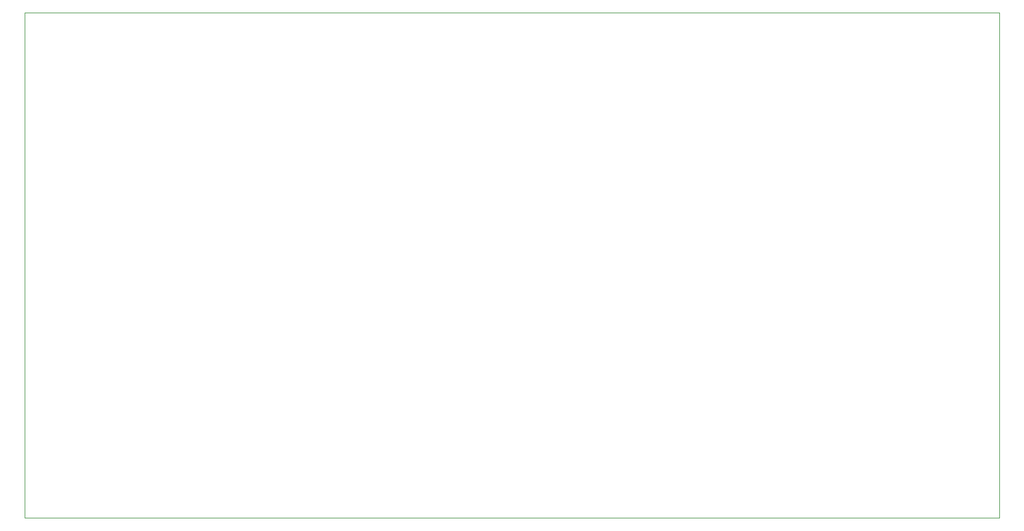
<source format=gbr>
%TF.GenerationSoftware,KiCad,Pcbnew,(5.1.6)-1*%
%TF.CreationDate,2020-08-06T11:36:23+02:00*%
%TF.ProjectId,Sintaksa-stm32g031-BMSmodul,53696e74-616b-4736-912d-73746d333267,rev?*%
%TF.SameCoordinates,Original*%
%TF.FileFunction,Profile,NP*%
%FSLAX46Y46*%
G04 Gerber Fmt 4.6, Leading zero omitted, Abs format (unit mm)*
G04 Created by KiCad (PCBNEW (5.1.6)-1) date 2020-08-06 11:36:23*
%MOMM*%
%LPD*%
G01*
G04 APERTURE LIST*
%TA.AperFunction,Profile*%
%ADD10C,0.100000*%
%TD*%
G04 APERTURE END LIST*
D10*
X193040000Y-121920000D02*
X55880000Y-121920000D01*
X193040000Y-50800000D02*
X193040000Y-121920000D01*
X55880000Y-50800000D02*
X193040000Y-50800000D01*
X55880000Y-50800000D02*
X55880000Y-121920000D01*
M02*

</source>
